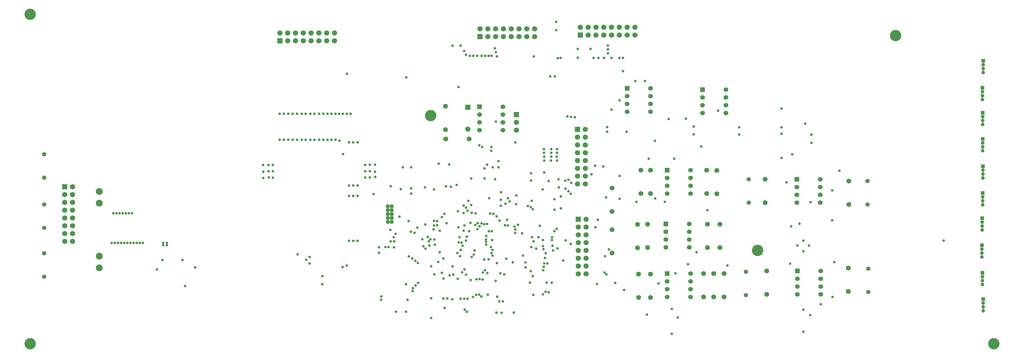
<source format=gbs>
G04 Layer_Color=16711935*
%FSLAX24Y24*%
%MOIN*%
G70*
G01*
G75*
%ADD34R,0.0600X0.0600*%
%ADD35C,0.0600*%
%ADD64C,0.1458*%
%ADD65C,0.0671*%
%ADD66R,0.0671X0.0671*%
%ADD67C,0.0552*%
%ADD68C,0.0730*%
%ADD69C,0.0631*%
%ADD70R,0.0671X0.0671*%
%ADD71C,0.0520*%
%ADD72C,0.0474*%
%ADD73R,0.0474X0.0474*%
%ADD74C,0.0332*%
%ADD75C,0.0880*%
D34*
X82896Y-21178D02*
D03*
X82710Y-28089D02*
D03*
X82876Y-34466D02*
D03*
X58813Y-13060D02*
D03*
X99510Y-22344D02*
D03*
X87423Y-10839D02*
D03*
X99579Y-34106D02*
D03*
X77758Y-10701D02*
D03*
D35*
X82896Y-22178D02*
D03*
Y-23178D02*
D03*
Y-24178D02*
D03*
X85896D02*
D03*
Y-23178D02*
D03*
Y-22178D02*
D03*
Y-21178D02*
D03*
X82710Y-29089D02*
D03*
Y-30089D02*
D03*
Y-31089D02*
D03*
X85710D02*
D03*
Y-30089D02*
D03*
Y-29089D02*
D03*
Y-28089D02*
D03*
X82876Y-35466D02*
D03*
Y-36466D02*
D03*
Y-37466D02*
D03*
X85876D02*
D03*
Y-36466D02*
D03*
Y-35466D02*
D03*
Y-34466D02*
D03*
X58813Y-14060D02*
D03*
Y-15060D02*
D03*
Y-16060D02*
D03*
X61813D02*
D03*
Y-15060D02*
D03*
Y-14060D02*
D03*
Y-13060D02*
D03*
X99510Y-23344D02*
D03*
Y-24344D02*
D03*
Y-25344D02*
D03*
X102510D02*
D03*
Y-24344D02*
D03*
Y-23344D02*
D03*
Y-22344D02*
D03*
X87423Y-11839D02*
D03*
Y-12839D02*
D03*
Y-13839D02*
D03*
X90423D02*
D03*
Y-12839D02*
D03*
Y-11839D02*
D03*
Y-10839D02*
D03*
X99579Y-35106D02*
D03*
Y-36106D02*
D03*
Y-37106D02*
D03*
X102579D02*
D03*
Y-36106D02*
D03*
Y-35106D02*
D03*
Y-34106D02*
D03*
X77758Y-11701D02*
D03*
Y-12701D02*
D03*
Y-13701D02*
D03*
X80758D02*
D03*
Y-12701D02*
D03*
Y-11701D02*
D03*
Y-10701D02*
D03*
D64*
X94488Y-31496D02*
D03*
X52559Y-14173D02*
D03*
X1181Y-1181D02*
D03*
Y-43465D02*
D03*
X124803D02*
D03*
X112205Y-3937D02*
D03*
D65*
X6640Y-30327D02*
D03*
X5640D02*
D03*
X6640Y-29327D02*
D03*
X5640D02*
D03*
X6640Y-28327D02*
D03*
X5640D02*
D03*
X6640Y-27327D02*
D03*
X5640D02*
D03*
X6640Y-26327D02*
D03*
X5640D02*
D03*
X6640Y-25327D02*
D03*
X5640D02*
D03*
X6640Y-24327D02*
D03*
X5640D02*
D03*
X6640Y-23327D02*
D03*
X72398Y-15955D02*
D03*
X71398Y-16955D02*
D03*
X72398D02*
D03*
X71398Y-17955D02*
D03*
X72398D02*
D03*
X71398Y-18955D02*
D03*
X72398D02*
D03*
X71398Y-19955D02*
D03*
X72398D02*
D03*
X71398Y-20955D02*
D03*
X72398D02*
D03*
X71398Y-21955D02*
D03*
X72398D02*
D03*
X71398Y-22955D02*
D03*
X72398D02*
D03*
X71772Y-2858D02*
D03*
X72772Y-3858D02*
D03*
Y-2858D02*
D03*
X73772Y-3858D02*
D03*
Y-2858D02*
D03*
X74772Y-3858D02*
D03*
Y-2858D02*
D03*
X75772Y-3858D02*
D03*
Y-2858D02*
D03*
X76772Y-3858D02*
D03*
Y-2858D02*
D03*
X77772Y-3858D02*
D03*
Y-2858D02*
D03*
X78772Y-3858D02*
D03*
Y-2858D02*
D03*
X58898Y-3065D02*
D03*
X59898Y-4065D02*
D03*
Y-3065D02*
D03*
X60898Y-4065D02*
D03*
Y-3065D02*
D03*
X61898Y-4065D02*
D03*
Y-3065D02*
D03*
X62898Y-4065D02*
D03*
Y-3065D02*
D03*
X63898Y-4065D02*
D03*
Y-3065D02*
D03*
X64898Y-4065D02*
D03*
Y-3065D02*
D03*
X65898Y-4065D02*
D03*
Y-3065D02*
D03*
X72496Y-27500D02*
D03*
X71496Y-28500D02*
D03*
X72496D02*
D03*
X71496Y-29500D02*
D03*
X72496D02*
D03*
X71496Y-30500D02*
D03*
X72496D02*
D03*
X71496Y-31500D02*
D03*
X72496D02*
D03*
X71496Y-32500D02*
D03*
X72496D02*
D03*
X71496Y-33500D02*
D03*
X72496D02*
D03*
X71496Y-34500D02*
D03*
X72496D02*
D03*
X33219Y-3577D02*
D03*
X34218Y-4577D02*
D03*
Y-3577D02*
D03*
X35219Y-4577D02*
D03*
Y-3577D02*
D03*
X36219Y-4577D02*
D03*
Y-3577D02*
D03*
X37218Y-4577D02*
D03*
Y-3577D02*
D03*
X38219Y-4577D02*
D03*
Y-3577D02*
D03*
X39218Y-4577D02*
D03*
Y-3577D02*
D03*
X40219Y-4577D02*
D03*
Y-3577D02*
D03*
X63574Y-16066D02*
D03*
Y-15066D02*
D03*
X57333Y-15906D02*
D03*
D66*
X5640Y-23327D02*
D03*
X71398Y-15955D02*
D03*
X71496Y-27500D02*
D03*
X63574Y-14066D02*
D03*
X57333Y-13110D02*
D03*
D67*
X2982Y-28596D02*
D03*
Y-25596D02*
D03*
Y-34846D02*
D03*
Y-31846D02*
D03*
X3002Y-22169D02*
D03*
Y-19169D02*
D03*
X93002Y-37209D02*
D03*
Y-34209D02*
D03*
X108602Y-22575D02*
D03*
Y-25575D02*
D03*
X93356Y-22339D02*
D03*
Y-25339D02*
D03*
X108681Y-33835D02*
D03*
Y-36835D02*
D03*
D68*
X10044Y-25421D02*
D03*
Y-33741D02*
D03*
Y-32231D02*
D03*
Y-23931D02*
D03*
D69*
X75827Y-31835D02*
D03*
Y-28835D02*
D03*
X89252Y-21232D02*
D03*
Y-24232D02*
D03*
X87953Y-24192D02*
D03*
Y-21192D02*
D03*
X79518D02*
D03*
Y-24192D02*
D03*
X80758D02*
D03*
Y-21192D02*
D03*
X88072Y-31112D02*
D03*
Y-28112D02*
D03*
X79096Y-28152D02*
D03*
Y-31152D02*
D03*
X80376Y-31132D02*
D03*
Y-28132D02*
D03*
X89667Y-28112D02*
D03*
Y-31112D02*
D03*
X80758Y-37519D02*
D03*
Y-34519D02*
D03*
X79232Y-34509D02*
D03*
Y-37509D02*
D03*
X87549Y-34470D02*
D03*
Y-37470D02*
D03*
X88868Y-34470D02*
D03*
Y-37470D02*
D03*
X90197Y-34470D02*
D03*
Y-37470D02*
D03*
X54460Y-12999D02*
D03*
Y-15999D02*
D03*
X54504Y-17175D02*
D03*
X57504D02*
D03*
X106201Y-22575D02*
D03*
Y-25575D02*
D03*
X95453Y-22358D02*
D03*
Y-25358D02*
D03*
X95650Y-37110D02*
D03*
Y-34110D02*
D03*
X106112Y-33766D02*
D03*
Y-36766D02*
D03*
X75817Y-23480D02*
D03*
Y-26480D02*
D03*
D70*
X71772Y-3858D02*
D03*
X58898Y-4065D02*
D03*
X33219Y-4577D02*
D03*
D71*
X47053Y-25821D02*
D03*
X47553D02*
D03*
X47053Y-26321D02*
D03*
X47553D02*
D03*
X47053Y-26821D02*
D03*
X47553D02*
D03*
X47053Y-27321D02*
D03*
X47553D02*
D03*
X47053Y-27821D02*
D03*
X47553D02*
D03*
D72*
X123346Y-18675D02*
D03*
Y-18175D02*
D03*
Y-17675D02*
D03*
X123415Y-8646D02*
D03*
Y-8146D02*
D03*
Y-7646D02*
D03*
X123356Y-25614D02*
D03*
Y-25114D02*
D03*
Y-24614D02*
D03*
X123327Y-35850D02*
D03*
Y-35350D02*
D03*
Y-34850D02*
D03*
X123258Y-32317D02*
D03*
Y-31817D02*
D03*
Y-31317D02*
D03*
X123396Y-22189D02*
D03*
Y-21689D02*
D03*
Y-21189D02*
D03*
X123278Y-28843D02*
D03*
Y-28343D02*
D03*
Y-27843D02*
D03*
X123337Y-12110D02*
D03*
Y-11610D02*
D03*
Y-11110D02*
D03*
X123415Y-39236D02*
D03*
Y-38736D02*
D03*
Y-38236D02*
D03*
X123346Y-15329D02*
D03*
Y-14829D02*
D03*
Y-14329D02*
D03*
D73*
Y-17175D02*
D03*
X123415Y-7146D02*
D03*
X123356Y-24114D02*
D03*
X123327Y-34350D02*
D03*
X123258Y-30817D02*
D03*
X123396Y-20689D02*
D03*
X123278Y-27343D02*
D03*
X123337Y-10610D02*
D03*
X123415Y-37736D02*
D03*
X123346Y-13829D02*
D03*
D74*
X47890Y-30311D02*
D03*
X53100Y-30750D02*
D03*
X47830Y-29790D02*
D03*
X60830Y-22370D02*
D03*
X67230Y-32460D02*
D03*
X56890Y-28280D02*
D03*
X53740Y-28950D02*
D03*
X50640Y-35980D02*
D03*
X50970Y-35670D02*
D03*
X59810Y-34380D02*
D03*
X62000Y-34550D02*
D03*
X65400Y-34170D02*
D03*
X63100Y-33030D02*
D03*
X62256Y-32571D02*
D03*
X60020Y-29030D02*
D03*
X59685Y-29606D02*
D03*
X60280Y-31040D02*
D03*
X60350Y-31820D02*
D03*
X64710Y-33020D02*
D03*
X67120Y-33150D02*
D03*
X64400Y-32170D02*
D03*
X60490Y-32150D02*
D03*
X57835Y-32335D02*
D03*
X58080Y-32010D02*
D03*
X54183Y-32530D02*
D03*
X53740Y-31720D02*
D03*
X52180Y-29770D02*
D03*
X51496Y-30049D02*
D03*
X45472Y-22047D02*
D03*
X18714Y-30521D02*
D03*
X18264D02*
D03*
X118346Y-30207D02*
D03*
X98789Y-28386D02*
D03*
X54931Y-20453D02*
D03*
X58789Y-18002D02*
D03*
X89429Y-13553D02*
D03*
X83100Y-14606D02*
D03*
X85276Y-14596D02*
D03*
X86280Y-15600D02*
D03*
Y-16594D02*
D03*
X87244Y-18140D02*
D03*
X84262Y-40089D02*
D03*
X90640Y-33435D02*
D03*
X104990Y-21260D02*
D03*
X104321Y-32992D02*
D03*
X101220Y-39774D02*
D03*
X81801Y-35728D02*
D03*
X86663Y-31722D02*
D03*
X65413Y-21585D02*
D03*
X67077Y-18474D02*
D03*
X68012D02*
D03*
X68760D02*
D03*
X67116Y-19459D02*
D03*
X68012D02*
D03*
X68720D02*
D03*
X67112Y-19955D02*
D03*
X67079Y-18955D02*
D03*
X67988Y-19955D02*
D03*
X68024Y-18955D02*
D03*
X68744Y-19955D02*
D03*
X68758Y-18955D02*
D03*
X67677Y-22579D02*
D03*
X70591Y-22825D02*
D03*
X70226Y-22431D02*
D03*
X69823Y-22520D02*
D03*
X83780Y-19705D02*
D03*
X80541D02*
D03*
X75197Y-15640D02*
D03*
X77707Y-16260D02*
D03*
X75197D02*
D03*
X80295Y-39705D02*
D03*
X52628Y-40138D02*
D03*
Y-37618D02*
D03*
Y-33533D02*
D03*
X88072Y-26311D02*
D03*
X97559Y-13278D02*
D03*
Y-15699D02*
D03*
Y-16535D02*
D03*
Y-19616D02*
D03*
X83484Y-42175D02*
D03*
X17464Y-33921D02*
D03*
X20714Y-32721D02*
D03*
X13664Y-30521D02*
D03*
X13264D02*
D03*
X12864D02*
D03*
X12064D02*
D03*
X22364Y-33671D02*
D03*
X14864Y-30521D02*
D03*
X15664D02*
D03*
X11864Y-26721D02*
D03*
X12264D02*
D03*
X12664D02*
D03*
X13064D02*
D03*
X13464D02*
D03*
X13864D02*
D03*
X14264D02*
D03*
X11664Y-30521D02*
D03*
X12464D02*
D03*
X14064D02*
D03*
X14464D02*
D03*
X15264D02*
D03*
X21064Y-36071D02*
D03*
X18264Y-30821D02*
D03*
X18714D02*
D03*
X18174Y-32721D02*
D03*
X73888Y-35787D02*
D03*
X63209Y-39469D02*
D03*
X61654Y-39488D02*
D03*
X60925Y-6053D02*
D03*
X59518Y-34006D02*
D03*
X33199Y-17274D02*
D03*
X36535D02*
D03*
X35433D02*
D03*
X34872D02*
D03*
X34281D02*
D03*
X37126D02*
D03*
X37667D02*
D03*
X38258D02*
D03*
X38799D02*
D03*
X39341D02*
D03*
X39823D02*
D03*
X40354D02*
D03*
X41309Y-19124D02*
D03*
X40866Y-17431D02*
D03*
X33740Y-17274D02*
D03*
X57500Y-29016D02*
D03*
X53602Y-20344D02*
D03*
X51880Y-31260D02*
D03*
X51634Y-30945D02*
D03*
X75285Y-5187D02*
D03*
X75276Y-5699D02*
D03*
X75285Y-6181D02*
D03*
X74793Y-6791D02*
D03*
X74104D02*
D03*
X73465D02*
D03*
X71063Y-14380D02*
D03*
X70551Y-14341D02*
D03*
X70098Y-14301D02*
D03*
X70532Y-24213D02*
D03*
X65384Y-25906D02*
D03*
X65010Y-25797D02*
D03*
X65669Y-26201D02*
D03*
X59675Y-30709D02*
D03*
X59665Y-30354D02*
D03*
X59656Y-30039D02*
D03*
X58189Y-31496D02*
D03*
X77234Y-6778D02*
D03*
Y-8494D02*
D03*
X68504Y-9144D02*
D03*
X49439Y-9281D02*
D03*
X45236Y-24262D02*
D03*
X45925Y-31093D02*
D03*
Y-31781D02*
D03*
X63415Y-17628D02*
D03*
X66545Y-28307D02*
D03*
X69852Y-30177D02*
D03*
X70512Y-30640D02*
D03*
X67008Y-34026D02*
D03*
X61053Y-33130D02*
D03*
X57206Y-29724D02*
D03*
X65728Y-37185D02*
D03*
X65289Y-35619D02*
D03*
X81358Y-24833D02*
D03*
X73199Y-21722D02*
D03*
X55906Y-23081D02*
D03*
X54537Y-23258D02*
D03*
X53986Y-27215D02*
D03*
X53524Y-32963D02*
D03*
X58573Y-28760D02*
D03*
X47392Y-28848D02*
D03*
X48081Y-39360D02*
D03*
X49380D02*
D03*
X57205D02*
D03*
X46181Y-37835D02*
D03*
X41250Y-33622D02*
D03*
X49576Y-37835D02*
D03*
X57106Y-34577D02*
D03*
X56585Y-34272D02*
D03*
X46211Y-37382D02*
D03*
X58002Y-37470D02*
D03*
X59055Y-37392D02*
D03*
X56919Y-39094D02*
D03*
X68081Y-35610D02*
D03*
X61486Y-34419D02*
D03*
X64715Y-33671D02*
D03*
X48573Y-27156D02*
D03*
X52402Y-30856D02*
D03*
X53012Y-30089D02*
D03*
X60482Y-31437D02*
D03*
X58829Y-35157D02*
D03*
X58396Y-37175D02*
D03*
X38652Y-35817D02*
D03*
Y-34774D02*
D03*
X73051Y-5610D02*
D03*
X71427D02*
D03*
X68848Y-6821D02*
D03*
X67136Y-21486D02*
D03*
X65541Y-25108D02*
D03*
X52530Y-30049D02*
D03*
X52323Y-30335D02*
D03*
X67018Y-31309D02*
D03*
X58780Y-37146D02*
D03*
X59222Y-35236D02*
D03*
X57697Y-35285D02*
D03*
X59242Y-34311D02*
D03*
X61093Y-37431D02*
D03*
X50256Y-36673D02*
D03*
X54203Y-35089D02*
D03*
X53986Y-34350D02*
D03*
X55364Y-33533D02*
D03*
X65551Y-29793D02*
D03*
X60404Y-29006D02*
D03*
X63386Y-29252D02*
D03*
X60896Y-35384D02*
D03*
X56024Y-35118D02*
D03*
X56122Y-28524D02*
D03*
X56782Y-28947D02*
D03*
X61555Y-24990D02*
D03*
Y-25768D02*
D03*
X50059Y-24193D02*
D03*
Y-23533D02*
D03*
X68189Y-30896D02*
D03*
X66959Y-30915D02*
D03*
X65443Y-31063D02*
D03*
X65758Y-30305D02*
D03*
X54360Y-38839D02*
D03*
X60994Y-39469D02*
D03*
X67697Y-36870D02*
D03*
X76801Y-24862D02*
D03*
Y-21909D02*
D03*
Y-12215D02*
D03*
X76772Y-6778D02*
D03*
X75108Y-34567D02*
D03*
X75432Y-31339D02*
D03*
X75772Y-13425D02*
D03*
Y-6778D02*
D03*
X47421Y-30305D02*
D03*
X41821Y-8829D02*
D03*
X61053Y-6604D02*
D03*
X47854Y-31073D02*
D03*
X56850Y-5886D02*
D03*
X55374Y-5236D02*
D03*
X68642Y-3209D02*
D03*
Y-2165D02*
D03*
X65674Y-34788D02*
D03*
X67067Y-33593D02*
D03*
X67520Y-33159D02*
D03*
X68839Y-31220D02*
D03*
X71437Y-6762D02*
D03*
X69222Y-6791D02*
D03*
X68258Y-31476D02*
D03*
X68425Y-29035D02*
D03*
Y-26250D02*
D03*
Y-24931D02*
D03*
X62461Y-28297D02*
D03*
X63524Y-25561D02*
D03*
X62461Y-24803D02*
D03*
X56791Y-26693D02*
D03*
X60915Y-14961D02*
D03*
X66093Y-31270D02*
D03*
X61811Y-38031D02*
D03*
X46762Y-31043D02*
D03*
X61348Y-38031D02*
D03*
X47146Y-31053D02*
D03*
X60600Y-26772D02*
D03*
X59459Y-22264D02*
D03*
Y-20945D02*
D03*
X50059Y-20837D02*
D03*
X58317Y-26713D02*
D03*
X54331Y-26781D02*
D03*
X53386Y-28258D02*
D03*
X52992Y-28287D02*
D03*
Y-27687D02*
D03*
Y-23652D02*
D03*
X78957Y-25266D02*
D03*
X82598D02*
D03*
X67283Y-36801D02*
D03*
X76240Y-35650D02*
D03*
X85571Y-33258D02*
D03*
X50010Y-29085D02*
D03*
X66959Y-37106D02*
D03*
X57283Y-26378D02*
D03*
X57087Y-25994D02*
D03*
X56801Y-25709D02*
D03*
X55148Y-23317D02*
D03*
X68947Y-22352D02*
D03*
X78799Y-9764D02*
D03*
X80049D02*
D03*
X56073Y-26447D02*
D03*
X73976Y-27569D02*
D03*
X73642Y-20630D02*
D03*
X92136Y-15699D02*
D03*
Y-16614D02*
D03*
X81331Y-17409D02*
D03*
X102579Y-38376D02*
D03*
X73701Y-28524D02*
D03*
X74695Y-20728D02*
D03*
X77352Y-36545D02*
D03*
X83967Y-34429D02*
D03*
X98927Y-19144D02*
D03*
X100600Y-15226D02*
D03*
X59419Y-32638D02*
D03*
X61378Y-27657D02*
D03*
X59990Y-32608D02*
D03*
X62146Y-25492D02*
D03*
X60463Y-30148D02*
D03*
X63770Y-28179D02*
D03*
X66959Y-30157D02*
D03*
X49390Y-35827D02*
D03*
X56880Y-33937D02*
D03*
X66407Y-29793D02*
D03*
X58287Y-28228D02*
D03*
X58829Y-28396D02*
D03*
X59104Y-28012D02*
D03*
X59439Y-28120D02*
D03*
X58585Y-28001D02*
D03*
X63435Y-28819D02*
D03*
X101289Y-25295D02*
D03*
X101407Y-17687D02*
D03*
X104065Y-23789D02*
D03*
X104085Y-37470D02*
D03*
X98642Y-33189D02*
D03*
X98179Y-22766D02*
D03*
X104045Y-27618D02*
D03*
X99843Y-28051D02*
D03*
X53406Y-27717D02*
D03*
X56132Y-10522D02*
D03*
X60807Y-5561D02*
D03*
X50866Y-28543D02*
D03*
X56398Y-5236D02*
D03*
X57835Y-26663D02*
D03*
X59793Y-28091D02*
D03*
X59163Y-18228D02*
D03*
X60374D02*
D03*
X60207Y-26762D02*
D03*
X60512Y-20837D02*
D03*
X60335Y-18681D02*
D03*
X61260Y-20827D02*
D03*
Y-20010D02*
D03*
X50305Y-36319D02*
D03*
X50207Y-32510D02*
D03*
X50600Y-32825D02*
D03*
X50935Y-33100D02*
D03*
X37037Y-33159D02*
D03*
Y-32313D02*
D03*
X36575Y-32697D02*
D03*
X33199Y-13957D02*
D03*
X101407Y-16614D02*
D03*
X100344Y-30207D02*
D03*
Y-31585D02*
D03*
Y-39094D02*
D03*
X83484Y-38991D02*
D03*
X101091Y-30864D02*
D03*
X99579D02*
D03*
X100344Y-41929D02*
D03*
X57648Y-27963D02*
D03*
X51831Y-23381D02*
D03*
X54606Y-27972D02*
D03*
X61024Y-27136D02*
D03*
X75049Y-24685D02*
D03*
X74911Y-32234D02*
D03*
X74862Y-34311D02*
D03*
X67421Y-35620D02*
D03*
X33740Y-13957D02*
D03*
X34281D02*
D03*
X34872D02*
D03*
X35433D02*
D03*
X36014Y-17274D02*
D03*
Y-13957D02*
D03*
X36535D02*
D03*
X37126D02*
D03*
X37667D02*
D03*
X38258D02*
D03*
X38799D02*
D03*
X40354D02*
D03*
X39823D02*
D03*
X39341D02*
D03*
X42283D02*
D03*
X41791D02*
D03*
X41299D02*
D03*
X40837D02*
D03*
X35502Y-31988D02*
D03*
X42096Y-17628D02*
D03*
X42628D02*
D03*
X43179D02*
D03*
X42096Y-23159D02*
D03*
X42628D02*
D03*
X43179D02*
D03*
X42096Y-24498D02*
D03*
X42628D02*
D03*
X43179D02*
D03*
X42628Y-30247D02*
D03*
X43179D02*
D03*
X42096D02*
D03*
X41801Y-33405D02*
D03*
X53022Y-34557D02*
D03*
X49774Y-32264D02*
D03*
X54203Y-37638D02*
D03*
X54704D02*
D03*
X55325Y-37766D02*
D03*
X56378Y-37687D02*
D03*
X57303D02*
D03*
X56850D02*
D03*
X59892Y-37165D02*
D03*
X58425Y-35187D02*
D03*
X59104Y-6525D02*
D03*
X59567D02*
D03*
X59980D02*
D03*
X60374D02*
D03*
X58533D02*
D03*
X58022D02*
D03*
X57579D02*
D03*
X57096Y-6387D02*
D03*
X65778Y-6604D02*
D03*
X48071Y-29370D02*
D03*
X50482Y-29213D02*
D03*
X52933Y-28799D02*
D03*
X63317Y-28435D02*
D03*
X62077Y-28268D02*
D03*
X62352Y-27569D02*
D03*
X62677Y-25187D02*
D03*
X69272Y-24567D02*
D03*
Y-26093D02*
D03*
X68740Y-28711D02*
D03*
X68140Y-29774D02*
D03*
X68130Y-30138D02*
D03*
X67313Y-31860D02*
D03*
X69557Y-32795D02*
D03*
X56339Y-32234D02*
D03*
X56437Y-31407D02*
D03*
X56142Y-30463D02*
D03*
X56657Y-30885D02*
D03*
X56526Y-30502D02*
D03*
X57077Y-30217D02*
D03*
X56260Y-29793D02*
D03*
X55984Y-31831D02*
D03*
X69872Y-23553D02*
D03*
X70237Y-23898D02*
D03*
X66939Y-23661D02*
D03*
X69006Y-23376D02*
D03*
X65413Y-22510D02*
D03*
X60069Y-24793D02*
D03*
X59793Y-20472D02*
D03*
X49006Y-20817D02*
D03*
X47411Y-23258D02*
D03*
X48740Y-23612D02*
D03*
X51860Y-28140D02*
D03*
X49715Y-27717D02*
D03*
X55443Y-34587D02*
D03*
X55000Y-34685D02*
D03*
X64291Y-29272D02*
D03*
X63563Y-24429D02*
D03*
X61585Y-24006D02*
D03*
X57392Y-25128D02*
D03*
X57756Y-25650D02*
D03*
Y-22254D02*
D03*
X44154Y-20531D02*
D03*
X44163Y-21319D02*
D03*
Y-22126D02*
D03*
X44764Y-20502D02*
D03*
X44744Y-21319D02*
D03*
X44764Y-22106D02*
D03*
X45433Y-20502D02*
D03*
X45413Y-21378D02*
D03*
X31073Y-20512D02*
D03*
X31083Y-21378D02*
D03*
Y-22175D02*
D03*
X31742Y-20512D02*
D03*
X31752Y-21319D02*
D03*
X31781Y-22126D02*
D03*
X32323Y-20512D02*
D03*
X32313Y-21309D02*
D03*
X32323Y-22156D02*
D03*
X67892Y-9160D02*
D03*
D75*
X10064Y-32221D02*
D03*
Y-25421D02*
D03*
Y-33721D02*
D03*
Y-23921D02*
D03*
M02*

</source>
